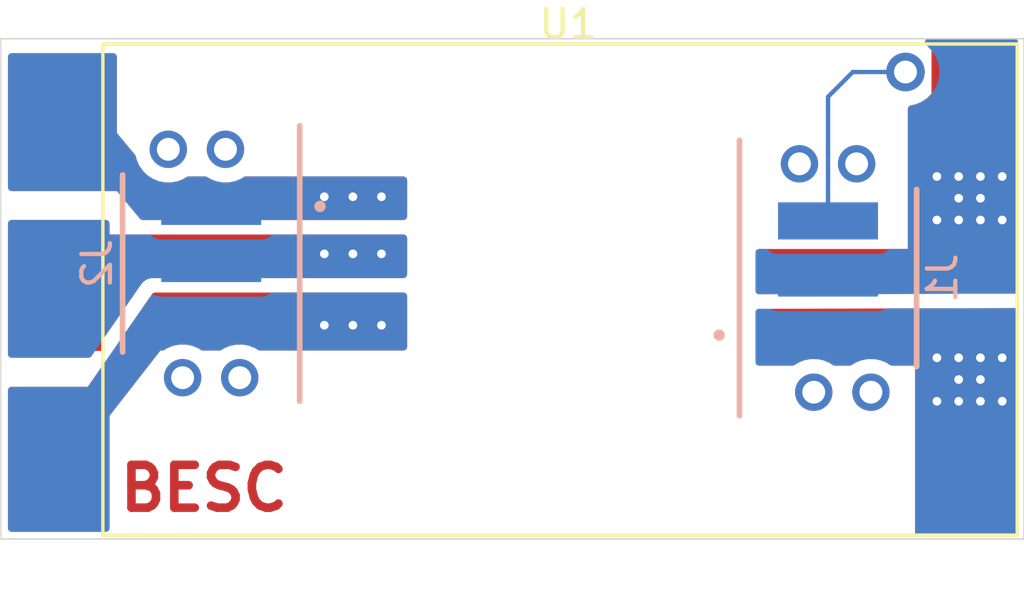
<source format=kicad_pcb>
(kicad_pcb (version 20171130) (host pcbnew "(5.1.12)-1")

  (general
    (thickness 1.6)
    (drawings 5)
    (tracks 37)
    (zones 0)
    (modules 3)
    (nets 7)
  )

  (page A4)
  (layers
    (0 F.Cu signal)
    (31 B.Cu signal)
    (32 B.Adhes user)
    (33 F.Adhes user)
    (34 B.Paste user hide)
    (35 F.Paste user)
    (36 B.SilkS user)
    (37 F.SilkS user)
    (38 B.Mask user)
    (39 F.Mask user)
    (40 Dwgs.User user)
    (41 Cmts.User user)
    (42 Eco1.User user)
    (43 Eco2.User user)
    (44 Edge.Cuts user)
    (45 Margin user)
    (46 B.CrtYd user)
    (47 F.CrtYd user)
    (48 B.Fab user)
    (49 F.Fab user)
  )

  (setup
    (last_trace_width 0.1524)
    (trace_clearance 0.1524)
    (zone_clearance 0.508)
    (zone_45_only no)
    (trace_min 0.1524)
    (via_size 0.6096)
    (via_drill 0.3048)
    (via_min_size 0.508)
    (via_min_drill 0.254)
    (uvia_size 0.3048)
    (uvia_drill 0.1016)
    (uvias_allowed no)
    (uvia_min_size 0.2032)
    (uvia_min_drill 0.1016)
    (edge_width 0.05)
    (segment_width 0.2)
    (pcb_text_width 0.3)
    (pcb_text_size 1.5 1.5)
    (mod_edge_width 0.12)
    (mod_text_size 1 1)
    (mod_text_width 0.15)
    (pad_size 1.524 1.524)
    (pad_drill 0.762)
    (pad_to_mask_clearance 0)
    (aux_axis_origin 0 0)
    (visible_elements 7FFFFFFF)
    (pcbplotparams
      (layerselection 0x010fc_ffffffff)
      (usegerberextensions false)
      (usegerberattributes true)
      (usegerberadvancedattributes true)
      (creategerberjobfile true)
      (excludeedgelayer true)
      (linewidth 0.100000)
      (plotframeref false)
      (viasonmask false)
      (mode 1)
      (useauxorigin false)
      (hpglpennumber 1)
      (hpglpenspeed 20)
      (hpglpendiameter 15.000000)
      (psnegative false)
      (psa4output false)
      (plotreference true)
      (plotvalue true)
      (plotinvisibletext false)
      (padsonsilk false)
      (subtractmaskfromsilk false)
      (outputformat 1)
      (mirror false)
      (drillshape 1)
      (scaleselection 1)
      (outputdirectory ""))
  )

  (net 0 "")
  (net 1 "Net-(J1-Pad3)")
  (net 2 VCC)
  (net 3 GND)
  (net 4 "Net-(J2-Pad3)")
  (net 5 "Net-(J2-Pad2)")
  (net 6 "Net-(J2-Pad1)")

  (net_class Default "This is the default net class."
    (clearance 0.1524)
    (trace_width 0.1524)
    (via_dia 0.6096)
    (via_drill 0.3048)
    (uvia_dia 0.3048)
    (uvia_drill 0.1016)
    (diff_pair_width 0.2032)
    (diff_pair_gap 0.254)
    (add_net "Net-(J1-Pad3)")
  )

  (net_class Motor ""
    (clearance 0.1524)
    (trace_width 0.6658)
    (via_dia 0.6096)
    (via_drill 0.3048)
    (uvia_dia 0.3048)
    (uvia_drill 0.1016)
    (diff_pair_width 0.2032)
    (diff_pair_gap 0.254)
    (add_net "Net-(J2-Pad1)")
    (add_net "Net-(J2-Pad2)")
    (add_net "Net-(J2-Pad3)")
  )

  (net_class Power ""
    (clearance 0.1524)
    (trace_width 3)
    (via_dia 0.6096)
    (via_drill 0.3048)
    (uvia_dia 0.3048)
    (uvia_drill 0.1016)
    (diff_pair_width 0.2032)
    (diff_pair_gap 0.254)
    (add_net GND)
    (add_net VCC)
  )

  (module BESC:BESC (layer F.Cu) (tedit 61AE2A9B) (tstamp 61AAC202)
    (at 141.75 101.75)
    (path /61A819C0)
    (fp_text reference U1 (at 0.2794 -9.294) (layer F.SilkS)
      (effects (font (size 1 1) (thickness 0.15)))
    )
    (fp_text value BESC (at 0 9.906) (layer F.Fab)
      (effects (font (size 1 1) (thickness 0.15)))
    )
    (fp_line (start 16 8.6) (end 16 -8.6) (layer F.SilkS) (width 0.12))
    (fp_line (start -16 8.6) (end 16 8.6) (layer F.SilkS) (width 0.12))
    (fp_line (start -16 -8.6) (end -16 8.6) (layer F.SilkS) (width 0.12))
    (fp_line (start 16 -8.6) (end -16 -8.6) (layer F.SilkS) (width 0.12))
    (pad 6 smd rect (at -17.5 0) (size 3 4.3) (layers F.Cu F.Paste F.Mask)
      (net 5 "Net-(J2-Pad2)"))
    (pad 7 smd rect (at -17.5 5.9) (size 3 4.3) (layers F.Cu F.Paste F.Mask)
      (net 4 "Net-(J2-Pad3)"))
    (pad 5 smd rect (at -17.5 -5.9) (size 3 4.3) (layers F.Cu F.Paste F.Mask)
      (net 6 "Net-(J2-Pad1)"))
    (pad 2 thru_hole circle (at 12.0904 -7.62 180) (size 1.35 1.35) (drill 0.8) (layers *.Cu *.Mask)
      (net 1 "Net-(J1-Pad3)"))
    (pad 4 smd rect (at 14.5 -6.55) (size 3 4) (layers F.Cu F.Paste F.Mask)
      (net 2 VCC))
    (pad 1 smd rect (at 14.5 6.55) (size 3 4) (layers F.Cu F.Paste F.Mask)
      (net 3 GND))
  )

  (module extraparts:Samtec_mPOWER_UMPS_3pin (layer B.Cu) (tedit 5FE32C7F) (tstamp 61AB1562)
    (at 129.54 100.838 270)
    (path /61A83991)
    (fp_text reference J2 (at 0 4 90) (layer B.SilkS)
      (effects (font (size 1 1) (thickness 0.15)) (justify mirror))
    )
    (fp_text value Motor (at 0 -4.75 90) (layer B.Fab)
      (effects (font (size 1 1) (thickness 0.15)) (justify mirror))
    )
    (fp_poly (pts (xy -5.95 3.13) (xy -3.5 3.13) (xy -3.5 0.85) (xy -5.95 0.85)) (layer B.Paste) (width 0.01))
    (fp_poly (pts (xy -5.95 0.15) (xy -3.5 0.15) (xy -3.5 -2.13) (xy -5.95 -2.13)) (layer B.Paste) (width 0.01))
    (fp_poly (pts (xy 3.5 -0.35) (xy 5.95 -0.35) (xy 5.95 -2.63) (xy 3.5 -2.63)) (layer B.Paste) (width 0.01))
    (fp_poly (pts (xy 3.5 2.63) (xy 5.95 2.63) (xy 5.95 0.35) (xy 3.5 0.35)) (layer B.Paste) (width 0.01))
    (fp_line (start 4.825 -3.1) (end -4.825 -3.1) (layer B.SilkS) (width 0.2))
    (fp_line (start -3.1 3.1) (end 3.1 3.1) (layer B.SilkS) (width 0.2))
    (fp_line (start -6.2 -3.35) (end -6.2 3.35) (layer B.CrtYd) (width 0.05))
    (fp_line (start 6.2 -3.35) (end -6.2 -3.35) (layer B.CrtYd) (width 0.05))
    (fp_line (start 6.2 3.35) (end 6.2 -3.35) (layer B.CrtYd) (width 0.05))
    (fp_line (start -6.2 3.35) (end 6.2 3.35) (layer B.CrtYd) (width 0.05))
    (fp_line (start -5.525 2.4) (end -5.525 3.1) (layer B.Fab) (width 0.1))
    (fp_line (start -4.825 2.4) (end -5.525 2.4) (layer B.Fab) (width 0.1))
    (fp_line (start -4.825 -3.1) (end -4.825 2.4) (layer B.Fab) (width 0.1))
    (fp_line (start 4.825 -3.1) (end -4.825 -3.1) (layer B.Fab) (width 0.1))
    (fp_line (start 4.825 2.4) (end 4.825 -3.1) (layer B.Fab) (width 0.1))
    (fp_line (start 5.525 2.4) (end 4.825 2.4) (layer B.Fab) (width 0.1))
    (fp_line (start 5.525 3.1) (end 5.525 2.4) (layer B.Fab) (width 0.1))
    (fp_line (start -5.525 3.1) (end 5.525 3.1) (layer B.Fab) (width 0.1))
    (fp_circle (center -2 -3.81) (end -1.9 -3.81) (layer B.Fab) (width 0.2))
    (fp_circle (center -2 -3.81) (end -1.9 -3.81) (layer B.SilkS) (width 0.2))
    (pad 3 smd rect (at 2 0 270) (size 1.3 3.5) (layers B.Cu B.Paste B.Mask)
      (net 4 "Net-(J2-Pad3)"))
    (pad "" thru_hole circle (at 4 -1 270) (size 1.308 1.308) (drill 0.8) (layers *.Cu *.Mask))
    (pad "" thru_hole circle (at 4 1 270) (size 1.308 1.308) (drill 0.8) (layers *.Cu *.Mask))
    (pad "" thru_hole circle (at -4 -0.5 270) (size 1.308 1.308) (drill 0.8) (layers *.Cu *.Mask))
    (pad "" thru_hole circle (at -4 1.5 270) (size 1.308 1.308) (drill 0.8) (layers *.Cu *.Mask))
    (pad 2 smd rect (at 0 0 270) (size 1.3 3.5) (layers B.Cu B.Paste B.Mask)
      (net 5 "Net-(J2-Pad2)"))
    (pad 1 smd rect (at -2 0 270) (size 1.3 3.5) (layers B.Cu B.Paste B.Mask)
      (net 6 "Net-(J2-Pad1)"))
    (model :extraparts3d:UMPS-03-03.5-T-VT-SM-WT.stp
      (at (xyz 0 0 0))
      (scale (xyz 1 1 1))
      (rotate (xyz -90 0 0))
    )
  )

  (module extraparts:Samtec_mPOWER_UMPS_3pin (layer B.Cu) (tedit 5FE32C7F) (tstamp 61AB1761)
    (at 151.13 101.346 90)
    (path /61A82C7A)
    (fp_text reference J1 (at 0 4 90) (layer B.SilkS)
      (effects (font (size 1 1) (thickness 0.15)) (justify mirror))
    )
    (fp_text value Power_Signal (at 0 -4.75 90) (layer B.Fab)
      (effects (font (size 1 1) (thickness 0.15)) (justify mirror))
    )
    (fp_poly (pts (xy -5.95 3.13) (xy -3.5 3.13) (xy -3.5 0.85) (xy -5.95 0.85)) (layer B.Paste) (width 0.01))
    (fp_poly (pts (xy -5.95 0.15) (xy -3.5 0.15) (xy -3.5 -2.13) (xy -5.95 -2.13)) (layer B.Paste) (width 0.01))
    (fp_poly (pts (xy 3.5 -0.35) (xy 5.95 -0.35) (xy 5.95 -2.63) (xy 3.5 -2.63)) (layer B.Paste) (width 0.01))
    (fp_poly (pts (xy 3.5 2.63) (xy 5.95 2.63) (xy 5.95 0.35) (xy 3.5 0.35)) (layer B.Paste) (width 0.01))
    (fp_line (start 4.825 -3.1) (end -4.825 -3.1) (layer B.SilkS) (width 0.2))
    (fp_line (start -3.1 3.1) (end 3.1 3.1) (layer B.SilkS) (width 0.2))
    (fp_line (start -6.2 -3.35) (end -6.2 3.35) (layer B.CrtYd) (width 0.05))
    (fp_line (start 6.2 -3.35) (end -6.2 -3.35) (layer B.CrtYd) (width 0.05))
    (fp_line (start 6.2 3.35) (end 6.2 -3.35) (layer B.CrtYd) (width 0.05))
    (fp_line (start -6.2 3.35) (end 6.2 3.35) (layer B.CrtYd) (width 0.05))
    (fp_line (start -5.525 2.4) (end -5.525 3.1) (layer B.Fab) (width 0.1))
    (fp_line (start -4.825 2.4) (end -5.525 2.4) (layer B.Fab) (width 0.1))
    (fp_line (start -4.825 -3.1) (end -4.825 2.4) (layer B.Fab) (width 0.1))
    (fp_line (start 4.825 -3.1) (end -4.825 -3.1) (layer B.Fab) (width 0.1))
    (fp_line (start 4.825 2.4) (end 4.825 -3.1) (layer B.Fab) (width 0.1))
    (fp_line (start 5.525 2.4) (end 4.825 2.4) (layer B.Fab) (width 0.1))
    (fp_line (start 5.525 3.1) (end 5.525 2.4) (layer B.Fab) (width 0.1))
    (fp_line (start -5.525 3.1) (end 5.525 3.1) (layer B.Fab) (width 0.1))
    (fp_circle (center -2 -3.81) (end -1.9 -3.81) (layer B.Fab) (width 0.2))
    (fp_circle (center -2 -3.81) (end -1.9 -3.81) (layer B.SilkS) (width 0.2))
    (pad 3 smd rect (at 2 0 90) (size 1.3 3.5) (layers B.Cu B.Paste B.Mask)
      (net 1 "Net-(J1-Pad3)"))
    (pad "" thru_hole circle (at 4 -1 90) (size 1.308 1.308) (drill 0.8) (layers *.Cu *.Mask))
    (pad "" thru_hole circle (at 4 1 90) (size 1.308 1.308) (drill 0.8) (layers *.Cu *.Mask))
    (pad "" thru_hole circle (at -4 -0.5 90) (size 1.308 1.308) (drill 0.8) (layers *.Cu *.Mask))
    (pad "" thru_hole circle (at -4 1.5 90) (size 1.308 1.308) (drill 0.8) (layers *.Cu *.Mask))
    (pad 2 smd rect (at 0 0 90) (size 1.3 3.5) (layers B.Cu B.Paste B.Mask)
      (net 2 VCC))
    (pad 1 smd rect (at -2 0 90) (size 1.3 3.5) (layers B.Cu B.Paste B.Mask)
      (net 3 GND))
    (model :extraparts3d:UMPS-03-03.5-T-VT-SM-WT.stp
      (at (xyz 0 0 0))
      (scale (xyz 1 1 1))
      (rotate (xyz -90 0 0))
    )
  )

  (gr_text "BESC\n" (at 129.286 108.712) (layer F.Cu)
    (effects (font (size 1.5 1.5) (thickness 0.3)))
  )
  (gr_line (start 122.174 92.964) (end 157.988 92.964) (layer Edge.Cuts) (width 0.05) (tstamp 61AC3031))
  (gr_line (start 157.988 110.49) (end 122.174 110.49) (layer Edge.Cuts) (width 0.05) (tstamp 61AC3000))
  (gr_line (start 122.174 110.49) (end 122.174 92.964) (layer Edge.Cuts) (width 0.05))
  (gr_line (start 157.988 92.964) (end 157.988 110.49) (layer Edge.Cuts) (width 0.05))

  (segment (start 150.486 99.21) (end 150.622 99.346) (width 0.1524) (layer B.Cu) (net 1))
  (segment (start 153.8404 94.13) (end 151.996 94.13) (width 0.1524) (layer B.Cu) (net 1))
  (segment (start 151.996 94.13) (end 151.13 94.996) (width 0.1524) (layer B.Cu) (net 1))
  (segment (start 151.13 97.028) (end 151.13 99.346) (width 0.1524) (layer B.Cu) (net 1))
  (segment (start 151.13 94.996) (end 151.13 97.028) (width 0.1524) (layer B.Cu) (net 1))
  (segment (start 153.162 101.346) (end 150.622 101.346) (width 0.1524) (layer B.Cu) (net 2))
  (via (at 154.94 97.79) (size 0.6096) (drill 0.3048) (layers F.Cu B.Cu) (net 2))
  (via (at 155.702 97.79) (size 0.6096) (drill 0.3048) (layers F.Cu B.Cu) (net 2))
  (via (at 156.464 97.79) (size 0.6096) (drill 0.3048) (layers F.Cu B.Cu) (net 2))
  (via (at 157.226 97.79) (size 0.6096) (drill 0.3048) (layers F.Cu B.Cu) (net 2))
  (via (at 154.94 99.314) (size 0.6096) (drill 0.3048) (layers F.Cu B.Cu) (net 2))
  (via (at 155.702 99.314) (size 0.6096) (drill 0.3048) (layers F.Cu B.Cu) (net 2))
  (via (at 156.464 99.314) (size 0.6096) (drill 0.3048) (layers F.Cu B.Cu) (net 2))
  (via (at 157.226 99.314) (size 0.6096) (drill 0.3048) (layers F.Cu B.Cu) (net 2))
  (via (at 155.702 98.552) (size 0.6096) (drill 0.3048) (layers F.Cu B.Cu) (net 2))
  (via (at 156.464 98.552) (size 0.6096) (drill 0.3048) (layers F.Cu B.Cu) (net 2))
  (via (at 154.94 105.664) (size 0.6096) (drill 0.3048) (layers F.Cu B.Cu) (net 3))
  (via (at 155.702 105.664) (size 0.6096) (drill 0.3048) (layers F.Cu B.Cu) (net 3))
  (via (at 156.464 105.664) (size 0.6096) (drill 0.3048) (layers F.Cu B.Cu) (net 3))
  (via (at 157.226 105.664) (size 0.6096) (drill 0.3048) (layers F.Cu B.Cu) (net 3))
  (via (at 155.702 104.902) (size 0.6096) (drill 0.3048) (layers F.Cu B.Cu) (net 3))
  (via (at 156.464 104.902) (size 0.6096) (drill 0.3048) (layers F.Cu B.Cu) (net 3))
  (via (at 155.702 104.14) (size 0.6096) (drill 0.3048) (layers F.Cu B.Cu) (net 3))
  (via (at 156.464 104.14) (size 0.6096) (drill 0.3048) (layers F.Cu B.Cu) (net 3))
  (via (at 157.226 104.14) (size 0.6096) (drill 0.3048) (layers F.Cu B.Cu) (net 3))
  (via (at 154.94 104.14) (size 0.6096) (drill 0.3048) (layers F.Cu B.Cu) (net 3))
  (via (at 133.5 103) (size 0.6096) (drill 0.3048) (layers F.Cu B.Cu) (net 4))
  (via (at 134.5 103) (size 0.6096) (drill 0.3048) (layers F.Cu B.Cu) (net 4))
  (via (at 135.5 103) (size 0.6096) (drill 0.3048) (layers F.Cu B.Cu) (net 4))
  (segment (start 124.25 102.66) (end 124.25 101.75) (width 0.6658) (layer F.Cu) (net 5))
  (via (at 133.5 100.5) (size 0.6096) (drill 0.3048) (layers F.Cu B.Cu) (net 5))
  (via (at 134.5 100.5) (size 0.6096) (drill 0.3048) (layers F.Cu B.Cu) (net 5))
  (via (at 135.5 100.5) (size 0.6096) (drill 0.3048) (layers F.Cu B.Cu) (net 5))
  (segment (start 125.13 95.85) (end 124.25 95.85) (width 0.6658) (layer F.Cu) (net 6))
  (via (at 133.5 98.5) (size 0.6096) (drill 0.3048) (layers F.Cu B.Cu) (net 6))
  (via (at 134.5 98.5) (size 0.6096) (drill 0.3048) (layers F.Cu B.Cu) (net 6))
  (via (at 135.5 98.5) (size 0.6096) (drill 0.3048) (layers F.Cu B.Cu) (net 6))

  (zone (net 2) (net_name VCC) (layer F.Cu) (tstamp 0) (hatch edge 0.508)
    (connect_pads yes (clearance 0.508))
    (min_thickness 0.254)
    (fill yes (arc_segments 32) (thermal_gap 0.508) (thermal_bridge_width 0.508))
    (polygon
      (pts
        (xy 157.7848 102.4001) (xy 148.59 102.4255) (xy 148.59 100.33) (xy 153.924 100.33) (xy 153.924 93.0656)
        (xy 157.7848 93.0402)
      )
    )
    (filled_polygon
      (pts
        (xy 157.6578 101.765448) (xy 148.717 101.790146) (xy 148.717 100.457) (xy 153.924 100.457) (xy 153.948776 100.45456)
        (xy 153.972601 100.447333) (xy 153.994557 100.435597) (xy 154.013803 100.419803) (xy 154.029597 100.400557) (xy 154.041333 100.378601)
        (xy 154.04856 100.354776) (xy 154.051 100.33) (xy 154.051 95.423774) (xy 154.222513 95.389658) (xy 154.460918 95.290907)
        (xy 154.675477 95.147544) (xy 154.857944 94.965077) (xy 155.001307 94.750518) (xy 155.100058 94.512113) (xy 155.1504 94.259024)
        (xy 155.1504 94.000976) (xy 155.100058 93.747887) (xy 155.001307 93.509482) (xy 154.857944 93.294923) (xy 154.750188 93.187167)
        (xy 157.6578 93.168038)
      )
    )
  )
  (zone (net 3) (net_name GND) (layer F.Cu) (tstamp 0) (hatch edge 0.508)
    (priority 1)
    (connect_pads yes (clearance 0.508))
    (min_thickness 0.254)
    (fill yes (arc_segments 32) (thermal_gap 0.508) (thermal_bridge_width 0.508))
    (polygon
      (pts
        (xy 157.7848 110.363) (xy 154.178 110.3884) (xy 154.178 104.394) (xy 148.59 104.394) (xy 148.59 102.4255)
        (xy 157.7848 102.4001)
      )
    )
    (filled_polygon
      (pts
        (xy 157.6578 110.236891) (xy 154.305 110.260502) (xy 154.305 104.394) (xy 154.30256 104.369224) (xy 154.295333 104.345399)
        (xy 154.283597 104.323443) (xy 154.267803 104.304197) (xy 154.248557 104.288403) (xy 154.226601 104.276667) (xy 154.202776 104.26944)
        (xy 154.178 104.267) (xy 153.335301 104.267) (xy 153.24057 104.203703) (xy 153.005987 104.106535) (xy 152.756955 104.057)
        (xy 152.503045 104.057) (xy 152.254013 104.106535) (xy 152.01943 104.203703) (xy 151.924699 104.267) (xy 151.335301 104.267)
        (xy 151.24057 104.203703) (xy 151.005987 104.106535) (xy 150.756955 104.057) (xy 150.503045 104.057) (xy 150.254013 104.106535)
        (xy 150.01943 104.203703) (xy 149.924699 104.267) (xy 148.717 104.267) (xy 148.717 102.55215) (xy 157.6578 102.527452)
      )
    )
  )
  (zone (net 2) (net_name VCC) (layer B.Cu) (tstamp 0) (hatch edge 0.508)
    (connect_pads yes (clearance 0.508))
    (min_thickness 0.254)
    (fill yes (arc_segments 32) (thermal_gap 0.508) (thermal_bridge_width 0.508))
    (polygon
      (pts
        (xy 157.7848 102.4128) (xy 148.59 102.4128) (xy 148.59 100.33) (xy 153.924 100.33) (xy 153.924 92.964)
        (xy 157.7848 92.964)
      )
    )
    (filled_polygon
      (pts
        (xy 157.6578 101.765448) (xy 148.717 101.790146) (xy 148.717 100.457) (xy 148.940775 100.457) (xy 149.025506 100.526537)
        (xy 149.13582 100.585502) (xy 149.255518 100.621812) (xy 149.38 100.634072) (xy 152.88 100.634072) (xy 153.004482 100.621812)
        (xy 153.12418 100.585502) (xy 153.234494 100.526537) (xy 153.319225 100.457) (xy 153.924 100.457) (xy 153.948776 100.45456)
        (xy 153.972601 100.447333) (xy 153.994557 100.435597) (xy 154.013803 100.419803) (xy 154.029597 100.400557) (xy 154.041333 100.378601)
        (xy 154.04856 100.354776) (xy 154.051 100.33) (xy 154.051 95.423774) (xy 154.222513 95.389658) (xy 154.460918 95.290907)
        (xy 154.675477 95.147544) (xy 154.857944 94.965077) (xy 155.001307 94.750518) (xy 155.100058 94.512113) (xy 155.1504 94.259024)
        (xy 155.1504 94.000976) (xy 155.100058 93.747887) (xy 155.001307 93.509482) (xy 154.857944 93.294923) (xy 154.675477 93.112456)
        (xy 154.643366 93.091) (xy 157.6578 93.091)
      )
    )
  )
  (zone (net 3) (net_name GND) (layer B.Cu) (tstamp 0) (hatch edge 0.508)
    (priority 1)
    (connect_pads yes (clearance 0.508))
    (min_thickness 0.254)
    (fill yes (arc_segments 32) (thermal_gap 0.508) (thermal_bridge_width 0.508))
    (polygon
      (pts
        (xy 157.7848 110.363) (xy 154.178 110.3884) (xy 154.178 104.4194) (xy 148.59 104.4194) (xy 148.59 102.4255)
        (xy 157.7848 102.4001)
      )
    )
    (filled_polygon
      (pts
        (xy 157.6578 110.236891) (xy 154.305 110.260502) (xy 154.305 104.4194) (xy 154.30256 104.394624) (xy 154.295333 104.370799)
        (xy 154.283597 104.348843) (xy 154.267803 104.329597) (xy 154.248557 104.313803) (xy 154.226601 104.302067) (xy 154.202776 104.29484)
        (xy 154.178 104.2924) (xy 153.373315 104.2924) (xy 153.24057 104.203703) (xy 153.005987 104.106535) (xy 152.756955 104.057)
        (xy 152.503045 104.057) (xy 152.254013 104.106535) (xy 152.01943 104.203703) (xy 151.886685 104.2924) (xy 151.373315 104.2924)
        (xy 151.24057 104.203703) (xy 151.005987 104.106535) (xy 150.756955 104.057) (xy 150.503045 104.057) (xy 150.254013 104.106535)
        (xy 150.01943 104.203703) (xy 149.886685 104.2924) (xy 148.717 104.2924) (xy 148.717 102.55215) (xy 149.071591 102.55117)
        (xy 149.13582 102.585502) (xy 149.255518 102.621812) (xy 149.38 102.634072) (xy 152.88 102.634072) (xy 153.004482 102.621812)
        (xy 153.12418 102.585502) (xy 153.209795 102.539739) (xy 157.6578 102.527452)
      )
    )
  )
  (zone (net 6) (net_name "Net-(J2-Pad1)") (layer F.Cu) (tstamp 0) (hatch edge 0.508)
    (connect_pads yes (clearance 0.508))
    (min_thickness 0.254)
    (fill yes (arc_segments 32) (thermal_gap 0.508) (thermal_bridge_width 0.508))
    (polygon
      (pts
        (xy 126.238 96.266) (xy 127.508 97.79) (xy 136.398 97.79) (xy 136.398 99.822) (xy 127.508 99.822)
        (xy 126.238 98.298) (xy 122.428 98.298) (xy 122.428 93.472) (xy 126.238 93.472)
      )
    )
    (filled_polygon
      (pts
        (xy 126.111 96.266) (xy 126.11344 96.290776) (xy 126.120667 96.314601) (xy 126.132403 96.336557) (xy 126.140436 96.347303)
        (xy 126.781053 97.116043) (xy 126.800535 97.213987) (xy 126.897703 97.44857) (xy 127.038768 97.65969) (xy 127.21831 97.839232)
        (xy 127.42943 97.980297) (xy 127.664013 98.077465) (xy 127.913045 98.127) (xy 128.166955 98.127) (xy 128.415987 98.077465)
        (xy 128.65057 97.980297) (xy 128.745301 97.917) (xy 129.334699 97.917) (xy 129.42943 97.980297) (xy 129.664013 98.077465)
        (xy 129.913045 98.127) (xy 130.166955 98.127) (xy 130.415987 98.077465) (xy 130.65057 97.980297) (xy 130.745301 97.917)
        (xy 136.271 97.917) (xy 136.271 99.187) (xy 127.14415 99.187) (xy 126.335564 98.216697) (xy 126.317828 98.199225)
        (xy 126.297024 98.185549) (xy 126.273952 98.176195) (xy 126.238 98.171) (xy 122.555 98.171) (xy 122.555 93.599)
        (xy 126.111 93.599)
      )
    )
  )
  (zone (net 5) (net_name "Net-(J2-Pad2)") (layer F.Cu) (tstamp 0) (hatch edge 0.508)
    (priority 1)
    (connect_pads yes (clearance 0.508))
    (min_thickness 0.254)
    (fill yes (arc_segments 32) (thermal_gap 0.508) (thermal_bridge_width 0.508))
    (polygon
      (pts
        (xy 125.984 99.822) (xy 136.398 99.822) (xy 136.398 101.854) (xy 127.508 101.854) (xy 125.984 104.14)
        (xy 122.428 104.14) (xy 122.428 99.314) (xy 125.984 99.314)
      )
    )
    (filled_polygon
      (pts
        (xy 125.857 99.822) (xy 125.85944 99.846776) (xy 125.866667 99.870601) (xy 125.878403 99.892557) (xy 125.894197 99.911803)
        (xy 125.913443 99.927597) (xy 125.935399 99.939333) (xy 125.959224 99.94656) (xy 125.984 99.949) (xy 136.271 99.949)
        (xy 136.271 101.219) (xy 127.508 101.219) (xy 127.394408 101.229243) (xy 127.274706 101.263408) (xy 127.16397 101.320269)
        (xy 127.066455 101.397642) (xy 126.985908 101.492552) (xy 125.240982 104.013) (xy 122.555 104.013) (xy 122.555 99.441)
        (xy 125.857 99.441)
      )
    )
  )
  (zone (net 4) (net_name "Net-(J2-Pad3)") (layer F.Cu) (tstamp 0) (hatch edge 0.508)
    (priority 2)
    (connect_pads yes (clearance 0.508))
    (min_thickness 0.254)
    (fill yes (arc_segments 32) (thermal_gap 0.508) (thermal_bridge_width 0.508))
    (polygon
      (pts
        (xy 136.398 103.886) (xy 127.762 103.886) (xy 125.984 106.172) (xy 125.984 110.236) (xy 122.428 110.236)
        (xy 122.428 105.156) (xy 125.222 105.156) (xy 127.508 101.854) (xy 136.398 101.854)
      )
    )
    (filled_polygon
      (pts
        (xy 136.271 103.759) (xy 131.245301 103.759) (xy 131.15057 103.695703) (xy 130.915987 103.598535) (xy 130.666955 103.549)
        (xy 130.413045 103.549) (xy 130.164013 103.598535) (xy 129.92943 103.695703) (xy 129.834699 103.759) (xy 129.245301 103.759)
        (xy 129.15057 103.695703) (xy 128.915987 103.598535) (xy 128.666955 103.549) (xy 128.413045 103.549) (xy 128.164013 103.598535)
        (xy 127.92943 103.695703) (xy 127.834699 103.759) (xy 127.762 103.759) (xy 127.737224 103.76144) (xy 127.713399 103.768667)
        (xy 127.691443 103.780403) (xy 127.672197 103.796197) (xy 127.661752 103.80803) (xy 125.883752 106.09403) (xy 125.870467 106.115085)
        (xy 125.861545 106.138328) (xy 125.857 106.172) (xy 125.857 110.109) (xy 122.555 110.109) (xy 122.555 105.283)
        (xy 125.222 105.283) (xy 125.246776 105.28056) (xy 125.270601 105.273333) (xy 125.292557 105.261597) (xy 125.311803 105.245803)
        (xy 125.326418 105.22829) (xy 125.808232 104.532337) (xy 125.874482 104.525812) (xy 125.99418 104.489502) (xy 126.104494 104.430537)
        (xy 126.201185 104.351185) (xy 126.280537 104.254494) (xy 126.339502 104.14418) (xy 126.375812 104.024482) (xy 126.388072 103.9)
        (xy 126.388072 103.69479) (xy 127.574542 101.981) (xy 136.271 101.981)
      )
    )
  )
  (zone (net 6) (net_name "Net-(J2-Pad1)") (layer B.Cu) (tstamp 0) (hatch edge 0.508)
    (connect_pads yes (clearance 0.508))
    (min_thickness 0.254)
    (fill yes (arc_segments 32) (thermal_gap 0.508) (thermal_bridge_width 0.508))
    (polygon
      (pts
        (xy 126.238 96.266) (xy 127.508 97.79) (xy 136.398 97.79) (xy 136.398 99.822) (xy 127.508 99.822)
        (xy 126.238 98.298) (xy 122.428 98.298) (xy 122.428 93.472) (xy 126.238 93.472)
      )
    )
    (filled_polygon
      (pts
        (xy 126.111 96.266) (xy 126.11344 96.290776) (xy 126.120667 96.314601) (xy 126.132403 96.336557) (xy 126.140436 96.347303)
        (xy 126.781053 97.116043) (xy 126.800535 97.213987) (xy 126.897703 97.44857) (xy 127.038768 97.65969) (xy 127.21831 97.839232)
        (xy 127.42943 97.980297) (xy 127.664013 98.077465) (xy 127.913045 98.127) (xy 128.166955 98.127) (xy 128.415987 98.077465)
        (xy 128.65057 97.980297) (xy 128.745301 97.917) (xy 129.334699 97.917) (xy 129.42943 97.980297) (xy 129.664013 98.077465)
        (xy 129.913045 98.127) (xy 130.166955 98.127) (xy 130.415987 98.077465) (xy 130.65057 97.980297) (xy 130.745301 97.917)
        (xy 136.271 97.917) (xy 136.271 99.187) (xy 127.14415 99.187) (xy 126.335564 98.216697) (xy 126.317828 98.199225)
        (xy 126.297024 98.185549) (xy 126.273952 98.176195) (xy 126.238 98.171) (xy 122.555 98.171) (xy 122.555 93.599)
        (xy 126.111 93.599)
      )
    )
  )
  (zone (net 5) (net_name "Net-(J2-Pad2)") (layer B.Cu) (tstamp 0) (hatch edge 0.508)
    (priority 1)
    (connect_pads yes (clearance 0.508))
    (min_thickness 0.254)
    (fill yes (arc_segments 32) (thermal_gap 0.508) (thermal_bridge_width 0.508))
    (polygon
      (pts
        (xy 125.984 99.822) (xy 136.398 99.822) (xy 136.398 101.854) (xy 127.508 101.854) (xy 125.984 104.14)
        (xy 122.428 104.14) (xy 122.428 99.314) (xy 125.984 99.314)
      )
    )
    (filled_polygon
      (pts
        (xy 125.857 99.822) (xy 125.85944 99.846776) (xy 125.866667 99.870601) (xy 125.878403 99.892557) (xy 125.894197 99.911803)
        (xy 125.913443 99.927597) (xy 125.935399 99.939333) (xy 125.959224 99.94656) (xy 125.984 99.949) (xy 127.350775 99.949)
        (xy 127.435506 100.018537) (xy 127.54582 100.077502) (xy 127.665518 100.113812) (xy 127.79 100.126072) (xy 131.29 100.126072)
        (xy 131.414482 100.113812) (xy 131.53418 100.077502) (xy 131.644494 100.018537) (xy 131.729225 99.949) (xy 136.271 99.949)
        (xy 136.271 101.219) (xy 127.508 101.219) (xy 127.394408 101.229243) (xy 127.274706 101.263408) (xy 127.16397 101.320269)
        (xy 127.066455 101.397642) (xy 126.985908 101.492552) (xy 125.240982 104.013) (xy 122.555 104.013) (xy 122.555 99.441)
        (xy 125.857 99.441)
      )
    )
  )
  (zone (net 4) (net_name "Net-(J2-Pad3)") (layer B.Cu) (tstamp 0) (hatch edge 0.508)
    (priority 2)
    (connect_pads yes (clearance 0.508))
    (min_thickness 0.254)
    (fill yes (arc_segments 32) (thermal_gap 0.508) (thermal_bridge_width 0.508))
    (polygon
      (pts
        (xy 136.398 103.886) (xy 127.762 103.886) (xy 125.984 106.172) (xy 125.984 110.236) (xy 122.428 110.236)
        (xy 122.428 105.156) (xy 125.222 105.156) (xy 127.508 101.854) (xy 136.398 101.854)
      )
    )
    (filled_polygon
      (pts
        (xy 136.271 103.759) (xy 131.245301 103.759) (xy 131.15057 103.695703) (xy 130.915987 103.598535) (xy 130.666955 103.549)
        (xy 130.413045 103.549) (xy 130.164013 103.598535) (xy 129.92943 103.695703) (xy 129.834699 103.759) (xy 129.245301 103.759)
        (xy 129.15057 103.695703) (xy 128.915987 103.598535) (xy 128.666955 103.549) (xy 128.413045 103.549) (xy 128.164013 103.598535)
        (xy 127.92943 103.695703) (xy 127.834699 103.759) (xy 127.762 103.759) (xy 127.737224 103.76144) (xy 127.713399 103.768667)
        (xy 127.691443 103.780403) (xy 127.672197 103.796197) (xy 127.661752 103.80803) (xy 125.883752 106.09403) (xy 125.870467 106.115085)
        (xy 125.861545 106.138328) (xy 125.857 106.172) (xy 125.857 110.109) (xy 122.555 110.109) (xy 122.555 105.283)
        (xy 125.222 105.283) (xy 125.246776 105.28056) (xy 125.270601 105.273333) (xy 125.292557 105.261597) (xy 125.311803 105.245803)
        (xy 125.326418 105.22829) (xy 127.51802 102.062642) (xy 127.54582 102.077502) (xy 127.665518 102.113812) (xy 127.79 102.126072)
        (xy 131.29 102.126072) (xy 131.414482 102.113812) (xy 131.53418 102.077502) (xy 131.644494 102.018537) (xy 131.690233 101.981)
        (xy 136.271 101.981)
      )
    )
  )
)

</source>
